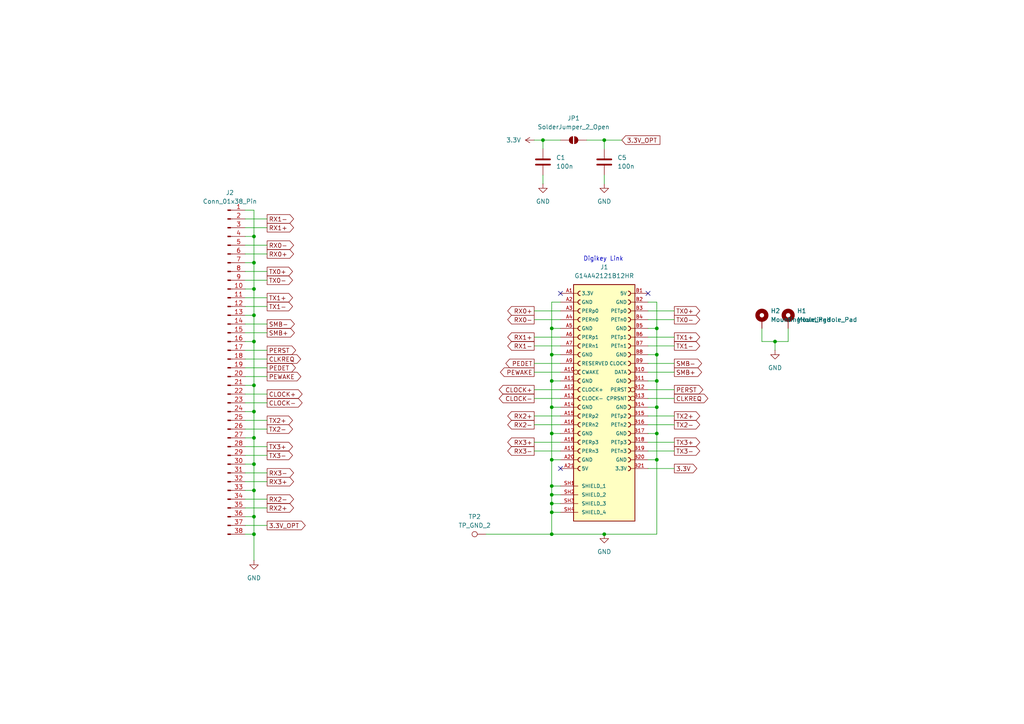
<source format=kicad_sch>
(kicad_sch (version 20231120) (generator "eeschema") (generator_version "8.0")
  (paper "A4")
  (lib_symbols
    (symbol "Connector:Conn_01x38_Pin" (pin_names (offset 1.016) hide)
      (property "Reference" "J" (at 0 48.26 0))
      (property "Value" "Conn_01x38_Pin" (at 0 -50.8 0))
      (symbol "Conn_01x38_Pin_1_1"
        (polyline (pts (xy 1.27 -48.26) (xy 0.8636 -48.26)) (stroke (width 0.1524)))
        (polyline (pts (xy 1.27 -45.72) (xy 0.8636 -45.72)) (stroke (width 0.1524)))
        (polyline (pts (xy 1.27 -43.18) (xy 0.8636 -43.18)) (stroke (width 0.1524)))
        (polyline (pts (xy 1.27 -40.64) (xy 0.8636 -40.64)) (stroke (width 0.1524)))
        (polyline (pts (xy 1.27 -38.1) (xy 0.8636 -38.1)) (stroke (width 0.1524)))
        (polyline (pts (xy 1.27 -35.56) (xy 0.8636 -35.56)) (stroke (width 0.1524)))
        (polyline (pts (xy 1.27 -33.02) (xy 0.8636 -33.02)) (stroke (width 0.1524)))
        (polyline (pts (xy 1.27 -30.48) (xy 0.8636 -30.48)) (stroke (width 0.1524)))
        (polyline (pts (xy 1.27 -27.94) (xy 0.8636 -27.94)) (stroke (width 0.1524)))
        (polyline (pts (xy 1.27 -25.4) (xy 0.8636 -25.4)) (stroke (width 0.1524)))
        (polyline (pts (xy 1.27 -22.86) (xy 0.8636 -22.86)) (stroke (width 0.1524)))
        (polyline (pts (xy 1.27 -20.32) (xy 0.8636 -20.32)) (stroke (width 0.1524)))
        (polyline (pts (xy 1.27 -17.78) (xy 0.8636 -17.78)) (stroke (width 0.1524)))
        (polyline (pts (xy 1.27 -15.24) (xy 0.8636 -15.24)) (stroke (width 0.1524)))
        (polyline (pts (xy 1.27 -12.7) (xy 0.8636 -12.7)) (stroke (width 0.1524)))
        (polyline (pts (xy 1.27 -10.16) (xy 0.8636 -10.16)) (stroke (width 0.1524)))
        (polyline (pts (xy 1.27 -7.62) (xy 0.8636 -7.62)) (stroke (width 0.1524)))
        (polyline (pts (xy 1.27 -5.08) (xy 0.8636 -5.08)) (stroke (width 0.1524)))
        (polyline (pts (xy 1.27 -2.54) (xy 0.8636 -2.54)) (stroke (width 0.1524)))
        (polyline (pts (xy 1.27 0) (xy 0.8636 0)) (stroke (width 0.1524)))
        (polyline (pts (xy 1.27 2.54) (xy 0.8636 2.54)) (stroke (width 0.1524)))
        (polyline (pts (xy 1.27 5.08) (xy 0.8636 5.08)) (stroke (width 0.1524)))
        (polyline (pts (xy 1.27 7.62) (xy 0.8636 7.62)) (stroke (width 0.1524)))
        (polyline (pts (xy 1.27 10.16) (xy 0.8636 10.16)) (stroke (width 0.1524)))
        (polyline (pts (xy 1.27 12.7) (xy 0.8636 12.7)) (stroke (width 0.1524)))
        (polyline (pts (xy 1.27 15.24) (xy 0.8636 15.24)) (stroke (width 0.1524)))
        (polyline (pts (xy 1.27 17.78) (xy 0.8636 17.78)) (stroke (width 0.1524)))
        (polyline (pts (xy 1.27 20.32) (xy 0.8636 20.32)) (stroke (width 0.1524)))
        (polyline (pts (xy 1.27 22.86) (xy 0.8636 22.86)) (stroke (width 0.1524)))
        (polyline (pts (xy 1.27 25.4) (xy 0.8636 25.4)) (stroke (width 0.1524)))
        (polyline (pts (xy 1.27 27.94) (xy 0.8636 27.94)) (stroke (width 0.1524)))
        (polyline (pts (xy 1.27 30.48) (xy 0.8636 30.48)) (stroke (width 0.1524)))
        (polyline (pts (xy 1.27 33.02) (xy 0.8636 33.02)) (stroke (width 0.1524)))
        (polyline (pts (xy 1.27 35.56) (xy 0.8636 35.56)) (stroke (width 0.1524)))
        (polyline (pts (xy 1.27 38.1) (xy 0.8636 38.1)) (stroke (width 0.1524)))
        (polyline (pts (xy 1.27 40.64) (xy 0.8636 40.64)) (stroke (width 0.1524)))
        (polyline (pts (xy 1.27 43.18) (xy 0.8636 43.18)) (stroke (width 0.1524)))
        (polyline (pts (xy 1.27 45.72) (xy 0.8636 45.72)) (stroke (width 0.1524)))
        (rectangle (start 0.8636 -48.133) (end 0 -48.387) (stroke (width 0.1524)) (fill (type outline)))
        (rectangle (start 0.8636 -45.593) (end 0 -45.847) (stroke (width 0.1524)) (fill (type outline)))
        (rectangle (start 0.8636 -43.053) (end 0 -43.307) (stroke (width 0.1524)) (fill (type outline)))
        (rectangle (start 0.8636 -40.513) (end 0 -40.767) (stroke (width 0.1524)) (fill (type outline)))
        (rectangle (start 0.8636 -37.973) (end 0 -38.227) (stroke (width 0.1524)) (fill (type outline)))
        (rectangle (start 0.8636 -35.433) (end 0 -35.687) (stroke (width 0.1524)) (fill (type outline)))
        (rectangle (start 0.8636 -32.893) (end 0 -33.147) (stroke (width 0.1524)) (fill (type outline)))
        (rectangle (start 0.8636 -30.353) (end 0 -30.607) (stroke (width 0.1524)) (fill (type outline)))
        (rectangle (start 0.8636 -27.813) (end 0 -28.067) (stroke (width 0.1524)) (fill (type outline)))
        (rectangle (start 0.8636 -25.273) (end 0 -25.527) (stroke (width 0.1524)) (fill (type outline)))
        (rectangle (start 0.8636 -22.733) (end 0 -22.987) (stroke (width 0.1524)) (fill (type outline)))
        (rectangle (start 0.8636 -20.193) (end 0 -20.447) (stroke (width 0.1524)) (fill (type outline)))
        (rectangle (start 0.8636 -17.653) (end 0 -17.907) (stroke (width 0.1524)) (fill (type outline)))
        (rectangle (start 0.8636 -15.113) (end 0 -15.367) (stroke (width 0.1524)) (fill (type outline)))
        (rectangle (start 0.8636 -12.573) (end 0 -12.827) (stroke (width 0.1524)) (fill (type outline)))
        (rectangle (start 0.8636 -10.033) (end 0 -10.287) (stroke (width 0.1524)) (fill (type outline)))
        (rectangle (start 0.8636 -7.493) (end 0 -7.747) (stroke (width 0.1524)) (fill (type outline)))
        (rectangle (start 0.8636 -4.953) (end 0 -5.207) (stroke (width 0.1524)) (fill (type outline)))
        (rectangle (start 0.8636 -2.413) (end 0 -2.667) (stroke (width 0.1524)) (fill (type outline)))
        (rectangle (start 0.8636 0.127) (end 0 -0.127) (stroke (width 0.1524)) (fill (type outline)))
        (rectangle (start 0.8636 2.667) (end 0 2.413) (stroke (width 0.1524)) (fill (type outline)))
        (rectangle (start 0.8636 5.207) (end 0 4.953) (stroke (width 0.1524)) (fill (type outline)))
        (rectangle (start 0.8636 7.747) (end 0 7.493) (stroke (width 0.1524)) (fill (type outline)))
        (rectangle (start 0.8636 10.287) (end 0 10.033) (stroke (width 0.1524)) (fill (type outline)))
        (rectangle (start 0.8636 12.827) (end 0 12.573) (stroke (width 0.1524)) (fill (type outline)))
        (rectangle (start 0.8636 15.367) (end 0 15.113) (stroke (width 0.1524)) (fill (type outline)))
        (rectangle (start 0.8636 17.907) (end 0 17.653) (stroke (width 0.1524)) (fill (type outline)))
        (rectangle (start 0.8636 20.447) (end 0 20.193) (stroke (width 0.1524)) (fill (type outline)))
        (rectangle (start 0.8636 22.987) (end 0 22.733) (stroke (width 0.1524)) (fill (type outline)))
        (rectangle (start 0.8636 25.527) (end 0 25.273) (stroke (width 0.1524)) (fill (type outline)))
        (rectangle (start 0.8636 28.067) (end 0 27.813) (stroke (width 0.1524)) (fill (type outline)))
        (rectangle (start 0.8636 30.607) (end 0 30.353) (stroke (width 0.1524)) (fill (type outline)))
        (rectangle (start 0.8636 33.147) (end 0 32.893) (stroke (width 0.1524)) (fill (type outline)))
        (rectangle (start 0.8636 35.687) (end 0 35.433) (stroke (width 0.1524)) (fill (type outline)))
        (rectangle (start 0.8636 38.227) (end 0 37.973) (stroke (width 0.1524)) (fill (type outline)))
        (rectangle (start 0.8636 40.767) (end 0 40.513) (stroke (width 0.1524)) (fill (type outline)))
        (rectangle (start 0.8636 43.307) (end 0 43.053) (stroke (width 0.1524)) (fill (type outline)))
        (rectangle (start 0.8636 45.847) (end 0 45.593) (stroke (width 0.1524)) (fill (type outline)))
        (pin passive line (at 5.08 45.72 180) (length 3.81) (name "Pin_1") (number "1"))
        (pin passive line (at 5.08 22.86 180) (length 3.81) (name "Pin_10") (number "10"))
        (pin passive line (at 5.08 20.32 180) (length 3.81) (name "Pin_11") (number "11"))
        (pin passive line (at 5.08 17.78 180) (length 3.81) (name "Pin_12") (number "12"))
        (pin passive line (at 5.08 15.24 180) (length 3.81) (name "Pin_13") (number "13"))
        (pin passive line (at 5.08 12.7 180) (length 3.81) (name "Pin_14") (number "14"))
        (pin passive line (at 5.08 10.16 180) (length 3.81) (name "Pin_15") (number "15"))
        (pin passive line (at 5.08 7.62 180) (length 3.81) (name "Pin_16") (number "16"))
        (pin passive line (at 5.08 5.08 180) (length 3.81) (name "Pin_17") (number "17"))
        (pin passive line (at 5.08 2.54 180) (length 3.81) (name "Pin_18") (number "18"))
        (pin passive line (at 5.08 0 180) (length 3.81) (name "Pin_19") (number "19"))
        (pin passive line (at 5.08 43.18 180) (length 3.81) (name "Pin_2") (number "2"))
        (pin passive line (at 5.08 -2.54 180) (length 3.81) (name "Pin_20") (number "20"))
        (pin passive line (at 5.08 -5.08 180) (length 3.81) (name "Pin_21") (number "21"))
        (pin passive line (at 5.08 -7.62 180) (length 3.81) (name "Pin_22") (number "22"))
        (pin passive line (at 5.08 -10.16 180) (length 3.81) (name "Pin_23") (number "23"))
        (pin passive line (at 5.08 -12.7 180) (length 3.81) (name "Pin_24") (number "24"))
        (pin passive line (at 5.08 -15.24 180) (length 3.81) (name "Pin_25") (number "25"))
        (pin passive line (at 5.08 -17.78 180) (length 3.81) (name "Pin_26") (number "26"))
        (pin passive line (at 5.08 -20.32 180) (length 3.81) (name "Pin_27") (number "27"))
        (pin passive line (at 5.08 -22.86 180) (length 3.81) (name "Pin_28") (number "28"))
        (pin passive line (at 5.08 -25.4 180) (length 3.81) (name "Pin_29") (number "29"))
        (pin passive line (at 5.08 40.64 180) (length 3.81) (name "Pin_3") (number "3"))
        (pin passive line (at 5.08 -27.94 180) (length 3.81) (name "Pin_30") (number "30"))
        (pin passive line (at 5.08 -30.48 180) (length 3.81) (name "Pin_31") (number "31"))
        (pin passive line (at 5.08 -33.02 180) (length 3.81) (name "Pin_32") (number "32"))
        (pin passive line (at 5.08 -35.56 180) (length 3.81) (name "Pin_33") (number "33"))
        (pin passive line (at 5.08 -38.1 180) (length 3.81) (name "Pin_34") (number "34"))
        (pin passive line (at 5.08 -40.64 180) (length 3.81) (name "Pin_35") (number "35"))
        (pin passive line (at 5.08 -43.18 180) (length 3.81) (name "Pin_36") (number "36"))
        (pin passive line (at 5.08 -45.72 180) (length 3.81) (name "Pin_37") (number "37"))
        (pin passive line (at 5.08 -48.26 180) (length 3.81) (name "Pin_38") (number "38"))
        (pin passive line (at 5.08 38.1 180) (length 3.81) (name "Pin_4") (number "4"))
        (pin passive line (at 5.08 35.56 180) (length 3.81) (name "Pin_5") (number "5"))
        (pin passive line (at 5.08 33.02 180) (length 3.81) (name "Pin_6") (number "6"))
        (pin passive line (at 5.08 30.48 180) (length 3.81) (name "Pin_7") (number "7"))
        (pin passive line (at 5.08 27.94 180) (length 3.81) (name "Pin_8") (number "8"))
        (pin passive line (at 5.08 25.4 180) (length 3.81) (name "Pin_9") (number "9"))
      )
    )
    (symbol "Connector:TestPoint" (pin_numbers hide) (pin_names (offset 0.762) hide)
      (property "Reference" "TP" (at 0 6.858 0))
      (property "Value" "TestPoint" (at 0 5.08 0))
      (symbol "TestPoint_0_1"
        (circle (center 0 3.302) (radius 0.762))
      )
      (symbol "TestPoint_1_1"
        (pin passive line (at 0 0 90) (length 2.54) (name "1") (number "1"))
      )
    )
    (symbol "Device:C" (pin_numbers hide) (pin_names (offset 0.254))
      (property "Reference" "C" (at 0.635 2.54 0))
      (property "Value" "C" (at 0.635 -2.54 0))
      (symbol "C_0_1"
        (polyline (pts (xy -2.032 -0.762) (xy 2.032 -0.762)) (stroke (width 0.508)))
        (polyline (pts (xy -2.032 0.762) (xy 2.032 0.762)) (stroke (width 0.508)))
      )
      (symbol "C_1_1"
        (pin passive line (at 0 3.81 270) (length 2.794) (name "~") (number "1"))
        (pin passive line (at 0 -3.81 90) (length 2.794) (name "~") (number "2"))
      )
    )
    (symbol "G14A42121B12HR:G14A42121B12HR" (pin_names (offset 1.016))
      (property "Reference" "J" (at -0.762 32.258 0))
      (property "Value" "G14A42121B12HR" (at -8.89 -40.64 0))
      (symbol "G14A42121B12HR_0_0"
        (rectangle (start -8.89 -36.83) (end 8.89 31.75) (stroke (width 0.254)) (fill (type background)))
        (arc (start -6.985 -20.955) (mid -7.6172 -21.59) (end -6.985 -22.225) (stroke (width 0.254)))
        (arc (start -6.985 -18.415) (mid -7.6172 -19.05) (end -6.985 -19.685) (stroke (width 0.254)))
        (arc (start -6.985 -15.875) (mid -7.6172 -16.51) (end -6.985 -17.145) (stroke (width 0.254)))
        (arc (start -6.985 -13.335) (mid -7.6172 -13.97) (end -6.985 -14.605) (stroke (width 0.254)))
        (arc (start -6.985 -10.795) (mid -7.6172 -11.43) (end -6.985 -12.065) (stroke (width 0.254)))
        (arc (start -6.985 -8.255) (mid -7.6172 -8.89) (end -6.985 -9.525) (stroke (width 0.254)))
        (arc (start -6.985 -5.715) (mid -7.6172 -6.35) (end -6.985 -6.985) (stroke (width 0.254)))
        (arc (start -6.985 -3.175) (mid -7.6172 -3.81) (end -6.985 -4.445) (stroke (width 0.254)))
        (arc (start -6.985 -0.635) (mid -7.6172 -1.27) (end -6.985 -1.905) (stroke (width 0.254)))
        (arc (start -6.985 1.905) (mid -7.6172 1.27) (end -6.985 0.635) (stroke (width 0.254)))
        (arc (start -6.985 4.445) (mid -7.6172 3.81) (end -6.985 3.175) (stroke (width 0.254)))
        (arc (start -6.985 6.985) (mid -7.6172 6.35) (end -6.985 5.715) (stroke (width 0.254)))
        (arc (start -6.985 9.525) (mid -7.6172 8.89) (end -6.985 8.255) (stroke (width 0.254)))
        (arc (start -6.985 12.065) (mid -7.6172 11.43) (end -6.985 10.795) (stroke (width 0.254)))
        (arc (start -6.985 14.605) (mid -7.6172 13.97) (end -6.985 13.335) (stroke (width 0.254)))
        (arc (start -6.985 17.145) (mid -7.6172 16.51) (end -6.985 15.875) (stroke (width 0.254)))
        (arc (start -6.985 19.685) (mid -7.6172 19.05) (end -6.985 18.415) (stroke (width 0.254)))
        (arc (start -6.985 22.225) (mid -7.6172 21.59) (end -6.985 20.955) (stroke (width 0.254)))
        (arc (start -6.985 24.765) (mid -7.6172 24.13) (end -6.985 23.495) (stroke (width 0.254)))
        (arc (start -6.985 27.305) (mid -7.6172 26.67) (end -6.985 26.035) (stroke (width 0.254)))
        (arc (start -6.985 29.845) (mid -7.6172 29.21) (end -6.985 28.575) (stroke (width 0.254)))
        (arc (start 6.985 -22.225) (mid 7.617 -21.59) (end 6.985 -20.955) (stroke (width 0.254)))
        (arc (start 6.985 -19.685) (mid 7.617 -19.05) (end 6.985 -18.415) (stroke (width 0.254)))
        (arc (start 6.985 -17.145) (mid 7.617 -16.51) (end 6.985 -15.875) (stroke (width 0.254)))
        (arc (start 6.985 -14.605) (mid 7.617 -13.97) (end 6.985 -13.335) (stroke (width 0.254)))
        (arc (start 6.985 -12.065) (mid 7.617 -11.43) (end 6.985 -10.795) (stroke (width 0.254)))
        (arc (start 6.985 -9.525) (mid 7.617 -8.89) (end 6.985 -8.255) (stroke (width 0.254)))
        (arc (start 6.985 -6.985) (mid 7.617 -6.35) (end 6.985 -5.715) (stroke (width 0.254)))
        (arc (start 6.985 -4.445) (mid 7.617 -3.81) (end 6.985 -3.175) (stroke (width 0.254)))
        (arc (start 6.985 -1.905) (mid 7.617 -1.27) (end 6.985 -0.635) (stroke (width 0.254)))
        (arc (start 6.985 0.635) (mid 7.617 1.27) (end 6.985 1.905) (stroke (width 0.254)))
        (arc (start 6.985 3.175) (mid 7.617 3.81) (end 6.985 4.445) (stroke (width 0.254)))
        (arc (start 6.985 5.715) (mid 7.617 6.35) (end 6.985 6.985) (stroke (width 0.254)))
        (arc (start 6.985 8.255) (mid 7.617 8.89) (end 6.985 9.525) (stroke (width 0.254)))
        (arc (start 6.985 10.795) (mid 7.617 11.43) (end 6.985 12.065) (stroke (width 0.254)))
        (arc (start 6.985 13.335) (mid 7.617 13.97) (end 6.985 14.605) (stroke (width 0.254)))
        (arc (start 6.985 15.875) (mid 7.617 16.51) (end 6.985 17.145) (stroke (width 0.254)))
        (arc (start 6.985 18.415) (mid 7.617 19.05) (end 6.985 19.685) (stroke (width 0.254)))
        (arc (start 6.985 20.955) (mid 7.617 21.59) (end 6.985 22.225) (stroke (width 0.254)))
        (arc (start 6.985 23.495) (mid 7.617 24.13) (end 6.985 24.765) (stroke (width 0.254)))
        (arc (start 6.985 26.035) (mid 7.617 26.67) (end 6.985 27.305) (stroke (width 0.254)))
        (arc (start 6.985 28.575) (mid 7.617 29.21) (end 6.985 29.845) (stroke (width 0.254)))
      )
      (symbol "G14A42121B12HR_1_0"
        (pin power_in line (at -12.7 29.21 0) (length 5.08) (name "3.3V") (number "A1"))
        (pin passive inverted (at -12.7 6.35 0) (length 5.08) (name "CWAKE") (number "A10"))
        (pin power_in line (at -12.7 3.81 0) (length 5.08) (name "GND") (number "A11"))
        (pin passive line (at -12.7 1.27 0) (length 5.08) (name "CLOCK+") (number "A12"))
        (pin passive line (at -12.7 -1.27 0) (length 5.08) (name "CLOCK-") (number "A13"))
        (pin power_in line (at -12.7 -3.81 0) (length 5.08) (name "GND") (number "A14"))
        (pin passive line (at -12.7 -6.35 0) (length 5.08) (name "PERp2") (number "A15"))
        (pin passive line (at -12.7 -8.89 0) (length 5.08) (name "PERn2") (number "A16"))
        (pin power_in line (at -12.7 -11.43 0) (length 5.08) (name "GND") (number "A17"))
        (pin passive line (at -12.7 -13.97 0) (length 5.08) (name "PERp3") (number "A18"))
        (pin passive line (at -12.7 -16.51 0) (length 5.08) (name "PERn3") (number "A19"))
        (pin power_in line (at -12.7 26.67 0) (length 5.08) (name "GND") (number "A2"))
        (pin power_in line (at -12.7 -19.05 0) (length 5.08) (name "GND") (number "A20"))
        (pin power_in line (at -12.7 -21.59 0) (length 5.08) (name "5V") (number "A21"))
        (pin passive line (at -12.7 24.13 0) (length 5.08) (name "PERp0") (number "A3"))
        (pin passive line (at -12.7 21.59 0) (length 5.08) (name "PERn0") (number "A4"))
        (pin power_in line (at -12.7 19.05 0) (length 5.08) (name "GND") (number "A5"))
        (pin passive line (at -12.7 16.51 0) (length 5.08) (name "PERp1") (number "A6"))
        (pin passive line (at -12.7 13.97 0) (length 5.08) (name "PERn1") (number "A7"))
        (pin power_in line (at -12.7 11.43 0) (length 5.08) (name "GND") (number "A8"))
        (pin passive line (at -12.7 8.89 0) (length 5.08) (name "RESERVED") (number "A9"))
        (pin power_in line (at 12.7 29.21 180) (length 5.08) (name "5V") (number "B1"))
        (pin passive line (at 12.7 6.35 180) (length 5.08) (name "DATA") (number "B10"))
        (pin power_in line (at 12.7 3.81 180) (length 5.08) (name "GND") (number "B11"))
        (pin passive inverted (at 12.7 1.27 180) (length 5.08) (name "PERST") (number "B12"))
        (pin passive inverted (at 12.7 -1.27 180) (length 5.08) (name "CPRSNT") (number "B13"))
        (pin power_in line (at 12.7 -3.81 180) (length 5.08) (name "GND") (number "B14"))
        (pin passive line (at 12.7 -6.35 180) (length 5.08) (name "PETp2") (number "B15"))
        (pin passive line (at 12.7 -8.89 180) (length 5.08) (name "PETn2") (number "B16"))
        (pin power_in line (at 12.7 -11.43 180) (length 5.08) (name "GND") (number "B17"))
        (pin passive line (at 12.7 -13.97 180) (length 5.08) (name "PETp3") (number "B18"))
        (pin passive line (at 12.7 -16.51 180) (length 5.08) (name "PETn3") (number "B19"))
        (pin power_in line (at 12.7 26.67 180) (length 5.08) (name "GND") (number "B2"))
        (pin power_in line (at 12.7 -19.05 180) (length 5.08) (name "GND") (number "B20"))
        (pin power_in line (at 12.7 -21.59 180) (length 5.08) (name "3.3V") (number "B21"))
        (pin passive line (at 12.7 24.13 180) (length 5.08) (name "PETp0") (number "B3"))
        (pin passive line (at 12.7 21.59 180) (length 5.08) (name "PETn0") (number "B4"))
        (pin power_in line (at 12.7 19.05 180) (length 5.08) (name "GND") (number "B5"))
        (pin passive line (at 12.7 16.51 180) (length 5.08) (name "PETp1") (number "B6"))
        (pin passive line (at 12.7 13.97 180) (length 5.08) (name "PETn1") (number "B7"))
        (pin power_in line (at 12.7 11.43 180) (length 5.08) (name "GND") (number "B8"))
        (pin passive line (at 12.7 8.89 180) (length 5.08) (name "CLOCK") (number "B9"))
        (pin passive line (at -12.7 -26.67 0) (length 5.08) (name "SHIELD_1") (number "SH1"))
        (pin passive line (at -12.7 -29.21 0) (length 5.08) (name "SHIELD_2") (number "SH2"))
        (pin passive line (at -12.7 -31.75 0) (length 5.08) (name "SHIELD_3") (number "SH3"))
        (pin passive line (at -12.7 -34.29 0) (length 5.08) (name "SHIELD_4") (number "SH4"))
      )
    )
    (symbol "Jumper:SolderJumper_2_Open" (pin_numbers hide) (pin_names (offset 0) hide) (exclude_from_sim yes) (in_bom no)
      (property "Reference" "JP" (at 0 2.032 0))
      (property "Value" "SolderJumper_2_Open" (at 0 -2.54 0))
      (symbol "SolderJumper_2_Open_0_1"
        (arc (start -0.254 1.016) (mid -1.2656 0) (end -0.254 -1.016))
        (arc (start -0.254 1.016) (mid -1.2656 0) (end -0.254 -1.016) (fill (type outline)))
        (polyline (pts (xy -0.254 1.016) (xy -0.254 -1.016)))
        (polyline (pts (xy 0.254 1.016) (xy 0.254 -1.016)))
        (arc (start 0.254 -1.016) (mid 1.2656 0) (end 0.254 1.016))
        (arc (start 0.254 -1.016) (mid 1.2656 0) (end 0.254 1.016) (fill (type outline)))
      )
      (symbol "SolderJumper_2_Open_1_1"
        (pin passive line (at -3.81 0 0) (length 2.54) (name "A") (number "1"))
        (pin passive line (at 3.81 0 180) (length 2.54) (name "B") (number "2"))
      )
    )
    (symbol "Mechanical:MountingHole_Pad" (pin_numbers hide) (pin_names (offset 1.016) hide) (exclude_from_sim yes) (in_bom no)
      (property "Reference" "H" (at 0 6.35 0))
      (property "Value" "MountingHole_Pad" (at 0 4.445 0))
      (symbol "MountingHole_Pad_0_1"
        (circle (center 0 1.27) (radius 1.27) (stroke (width 1.27)))
      )
      (symbol "MountingHole_Pad_1_1"
        (pin input line (at 0 -2.54 90) (length 2.54) (name "1") (number "1"))
      )
    )
    (symbol "power:+3.3V" (power) (pin_numbers hide) (pin_names (offset 0) hide)
      (property "Value" "+3.3V" (at 0 3.556 0))
      (symbol "+3.3V_0_1"
        (polyline (pts (xy -0.762 1.27) (xy 0 2.54)))
        (polyline (pts (xy 0 0) (xy 0 2.54)))
        (polyline (pts (xy 0 2.54) (xy 0.762 1.27)))
      )
      (symbol "+3.3V_1_1"
        (pin power_in line (at 0 0 90) (length 0) (name "~") (number "1"))
      )
    )
    (symbol "power:GND" (power) (pin_numbers hide) (pin_names (offset 0) hide)
      (property "Value" "GND" (at 0 -3.81 0))
      (symbol "GND_0_1"
        (polyline (pts (xy 0 0) (xy 0 -1.27) (xy 1.27 -1.27) (xy 0 -2.54) (xy -1.27 -1.27) (xy 0 -1.27)))
      )
      (symbol "GND_1_1"
        (pin power_in line (at 0 0 270) (length 0) (name "~") (number "1"))
      )
    )
  )
  (junction (at 224.79 99.06))
  (junction (at 160.02 118.11))
  (junction (at 190.5 125.73))
  (junction (at 73.66 142.24))
  (junction (at 175.26 40.64))
  (junction (at 160.02 110.49))
  (junction (at 73.66 119.38))
  (junction (at 73.66 127))
  (junction (at 73.66 111.76))
  (junction (at 190.5 102.87))
  (junction (at 190.5 95.25))
  (junction (at 160.02 133.35))
  (junction (at 73.66 149.86))
  (junction (at 160.02 154.94))
  (junction (at 73.66 99.06))
  (junction (at 73.66 76.2))
  (junction (at 157.48 40.64))
  (junction (at 73.66 68.58))
  (junction (at 73.66 83.82))
  (junction (at 73.66 154.94))
  (junction (at 73.66 91.44))
  (junction (at 160.02 140.97))
  (junction (at 190.5 133.35))
  (junction (at 190.5 118.11))
  (junction (at 160.02 143.51))
  (junction (at 190.5 110.49))
  (junction (at 160.02 125.73))
  (junction (at 160.02 102.87))
  (junction (at 175.26 154.94))
  (junction (at 160.02 95.25))
  (junction (at 160.02 148.59))
  (junction (at 73.66 134.62))
  (junction (at 160.02 146.05))
  (no_connect (at 162.56 85.09))
  (no_connect (at 162.56 135.89))
  (no_connect (at 187.96 85.09))
  (wire (pts (xy 190.5 133.35) (xy 187.96 133.35)))
  (wire (pts (xy 154.94 40.64) (xy 157.48 40.64)))
  (wire (pts (xy 170.18 40.64) (xy 175.26 40.64)))
  (wire (pts (xy 160.02 102.87) (xy 162.56 102.87)))
  (wire (pts (xy 160.02 143.51) (xy 160.02 146.05)))
  (wire (pts (xy 160.02 102.87) (xy 160.02 110.49)))
  (wire (pts (xy 71.12 152.4) (xy 77.47 152.4)))
  (wire (pts (xy 190.5 102.87) (xy 190.5 110.49)))
  (wire (pts (xy 160.02 146.05) (xy 160.02 148.59)))
  (wire (pts (xy 162.56 113.03) (xy 154.94 113.03)))
  (wire (pts (xy 187.96 87.63) (xy 190.5 87.63)))
  (wire (pts (xy 160.02 87.63) (xy 160.02 95.25)))
  (wire (pts (xy 71.12 81.28) (xy 77.47 81.28)))
  (wire (pts (xy 190.5 125.73) (xy 190.5 133.35)))
  (wire (pts (xy 160.02 110.49) (xy 162.56 110.49)))
  (wire (pts (xy 154.94 100.33) (xy 162.56 100.33)))
  (wire (pts (xy 71.12 127) (xy 73.66 127)))
  (wire (pts (xy 160.02 140.97) (xy 160.02 143.51)))
  (wire (pts (xy 187.96 100.33) (xy 195.58 100.33)))
  (wire (pts (xy 154.94 130.81) (xy 162.56 130.81)))
  (wire (pts (xy 220.98 95.25) (xy 220.98 99.06)))
  (wire (pts (xy 71.12 60.96) (xy 73.66 60.96)))
  (wire (pts (xy 71.12 124.46) (xy 77.47 124.46)))
  (wire (pts (xy 157.48 40.64) (xy 157.48 43.18)))
  (wire (pts (xy 187.96 128.27) (xy 195.58 128.27)))
  (wire (pts (xy 187.96 95.25) (xy 190.5 95.25)))
  (wire (pts (xy 73.66 134.62) (xy 73.66 142.24)))
  (wire (pts (xy 154.94 107.95) (xy 162.56 107.95)))
  (wire (pts (xy 140.97 154.94) (xy 160.02 154.94)))
  (wire (pts (xy 71.12 132.08) (xy 77.47 132.08)))
  (wire (pts (xy 187.96 90.17) (xy 195.58 90.17)))
  (wire (pts (xy 190.5 118.11) (xy 190.5 125.73)))
  (wire (pts (xy 162.56 115.57) (xy 154.94 115.57)))
  (wire (pts (xy 73.66 60.96) (xy 73.66 68.58)))
  (wire (pts (xy 71.12 137.16) (xy 77.47 137.16)))
  (wire (pts (xy 71.12 91.44) (xy 73.66 91.44)))
  (wire (pts (xy 73.66 142.24) (xy 73.66 149.86)))
  (wire (pts (xy 160.02 125.73) (xy 160.02 133.35)))
  (wire (pts (xy 71.12 96.52) (xy 77.47 96.52)))
  (wire (pts (xy 160.02 110.49) (xy 160.02 118.11)))
  (wire (pts (xy 220.98 99.06) (xy 224.79 99.06)))
  (wire (pts (xy 154.94 97.79) (xy 162.56 97.79)))
  (wire (pts (xy 160.02 118.11) (xy 160.02 125.73)))
  (wire (pts (xy 71.12 78.74) (xy 77.47 78.74)))
  (wire (pts (xy 187.96 110.49) (xy 190.5 110.49)))
  (wire (pts (xy 162.56 146.05) (xy 160.02 146.05)))
  (wire (pts (xy 154.94 105.41) (xy 162.56 105.41)))
  (wire (pts (xy 187.96 107.95) (xy 195.58 107.95)))
  (wire (pts (xy 71.12 106.68) (xy 77.47 106.68)))
  (wire (pts (xy 175.26 154.94) (xy 190.5 154.94)))
  (wire (pts (xy 71.12 66.04) (xy 77.47 66.04)))
  (wire (pts (xy 71.12 93.98) (xy 77.47 93.98)))
  (wire (pts (xy 71.12 109.22) (xy 77.47 109.22)))
  (wire (pts (xy 160.02 154.94) (xy 175.26 154.94)))
  (wire (pts (xy 71.12 121.92) (xy 77.47 121.92)))
  (wire (pts (xy 73.66 119.38) (xy 73.66 127)))
  (wire (pts (xy 190.5 95.25) (xy 190.5 102.87)))
  (wire (pts (xy 71.12 114.3) (xy 77.47 114.3)))
  (wire (pts (xy 157.48 53.34) (xy 157.48 50.8)))
  (wire (pts (xy 71.12 63.5) (xy 77.47 63.5)))
  (wire (pts (xy 187.96 118.11) (xy 190.5 118.11)))
  (wire (pts (xy 187.96 125.73) (xy 190.5 125.73)))
  (wire (pts (xy 71.12 111.76) (xy 73.66 111.76)))
  (wire (pts (xy 190.5 154.94) (xy 190.5 133.35)))
  (wire (pts (xy 71.12 116.84) (xy 77.47 116.84)))
  (wire (pts (xy 71.12 142.24) (xy 73.66 142.24)))
  (wire (pts (xy 175.26 40.64) (xy 175.26 43.18)))
  (wire (pts (xy 160.02 118.11) (xy 162.56 118.11)))
  (wire (pts (xy 71.12 149.86) (xy 73.66 149.86)))
  (wire (pts (xy 73.66 91.44) (xy 73.66 99.06)))
  (wire (pts (xy 71.12 119.38) (xy 73.66 119.38)))
  (wire (pts (xy 71.12 76.2) (xy 73.66 76.2)))
  (wire (pts (xy 160.02 95.25) (xy 160.02 102.87)))
  (wire (pts (xy 224.79 101.6) (xy 224.79 99.06)))
  (wire (pts (xy 71.12 86.36) (xy 77.47 86.36)))
  (wire (pts (xy 180.34 40.64) (xy 175.26 40.64)))
  (wire (pts (xy 71.12 104.14) (xy 77.47 104.14)))
  (wire (pts (xy 73.66 127) (xy 73.66 134.62)))
  (wire (pts (xy 160.02 125.73) (xy 162.56 125.73)))
  (wire (pts (xy 160.02 143.51) (xy 162.56 143.51)))
  (wire (pts (xy 187.96 102.87) (xy 190.5 102.87)))
  (wire (pts (xy 160.02 148.59) (xy 160.02 154.94)))
  (wire (pts (xy 73.66 111.76) (xy 73.66 119.38)))
  (wire (pts (xy 187.96 105.41) (xy 195.58 105.41)))
  (wire (pts (xy 175.26 53.34) (xy 175.26 50.8)))
  (wire (pts (xy 187.96 123.19) (xy 195.58 123.19)))
  (wire (pts (xy 71.12 88.9) (xy 77.47 88.9)))
  (wire (pts (xy 160.02 133.35) (xy 160.02 140.97)))
  (wire (pts (xy 187.96 92.71) (xy 195.58 92.71)))
  (wire (pts (xy 73.66 83.82) (xy 73.66 91.44)))
  (wire (pts (xy 71.12 129.54) (xy 77.47 129.54)))
  (wire (pts (xy 71.12 73.66) (xy 77.47 73.66)))
  (wire (pts (xy 154.94 120.65) (xy 162.56 120.65)))
  (wire (pts (xy 71.12 68.58) (xy 73.66 68.58)))
  (wire (pts (xy 190.5 87.63) (xy 190.5 95.25)))
  (wire (pts (xy 162.56 87.63) (xy 160.02 87.63)))
  (wire (pts (xy 187.96 97.79) (xy 195.58 97.79)))
  (wire (pts (xy 154.94 123.19) (xy 162.56 123.19)))
  (wire (pts (xy 71.12 144.78) (xy 77.47 144.78)))
  (wire (pts (xy 73.66 154.94) (xy 73.66 162.56)))
  (wire (pts (xy 162.56 92.71) (xy 154.94 92.71)))
  (wire (pts (xy 228.6 99.06) (xy 228.6 95.25)))
  (wire (pts (xy 71.12 139.7) (xy 77.47 139.7)))
  (wire (pts (xy 71.12 71.12) (xy 77.47 71.12)))
  (wire (pts (xy 160.02 95.25) (xy 162.56 95.25)))
  (wire (pts (xy 71.12 154.94) (xy 73.66 154.94)))
  (wire (pts (xy 160.02 148.59) (xy 162.56 148.59)))
  (wire (pts (xy 224.79 99.06) (xy 228.6 99.06)))
  (wire (pts (xy 190.5 110.49) (xy 190.5 118.11)))
  (wire (pts (xy 187.96 113.03) (xy 195.58 113.03)))
  (wire (pts (xy 73.66 76.2) (xy 73.66 83.82)))
  (wire (pts (xy 71.12 134.62) (xy 73.66 134.62)))
  (wire (pts (xy 187.96 115.57) (xy 195.58 115.57)))
  (wire (pts (xy 187.96 120.65) (xy 195.58 120.65)))
  (wire (pts (xy 71.12 99.06) (xy 73.66 99.06)))
  (wire (pts (xy 187.96 135.89) (xy 195.58 135.89)))
  (wire (pts (xy 71.12 83.82) (xy 73.66 83.82)))
  (wire (pts (xy 160.02 133.35) (xy 162.56 133.35)))
  (wire (pts (xy 73.66 99.06) (xy 73.66 111.76)))
  (wire (pts (xy 157.48 40.64) (xy 162.56 40.64)))
  (wire (pts (xy 154.94 128.27) (xy 162.56 128.27)))
  (wire (pts (xy 71.12 101.6) (xy 77.47 101.6)))
  (wire (pts (xy 73.66 149.86) (xy 73.66 154.94)))
  (wire (pts (xy 162.56 90.17) (xy 154.94 90.17)))
  (wire (pts (xy 73.66 68.58) (xy 73.66 76.2)))
  (wire (pts (xy 187.96 130.81) (xy 195.58 130.81)))
  (wire (pts (xy 71.12 147.32) (xy 77.47 147.32)))
  (wire (pts (xy 162.56 140.97) (xy 160.02 140.97)))
  (text "Digikey Link" (at 175.006 75.184 0) (effects (font (size 1.27 1.27))))
  (global_label "TX2+" (shape output) (at 77.47 121.92 0) (property "Intersheetrefs" "${INTERSHEET_REFS}" (effects (hide yes))))
  (global_label "SMB+" (shape output) (at 195.58 107.95 0) (property "Intersheetrefs" "${INTERSHEET_REFS}" (effects (hide yes))))
  (global_label "3.3V_OPT" (shape output) (at 77.47 152.4 0) (property "Intersheetrefs" "${INTERSHEET_REFS}" (effects (hide yes))))
  (global_label "CLOCK-" (shape output) (at 77.47 116.84 0) (property "Intersheetrefs" "${INTERSHEET_REFS}" (effects (hide yes))))
  (global_label "TX1-" (shape output) (at 195.58 100.33 0) (property "Intersheetrefs" "${INTERSHEET_REFS}" (effects (hide yes))))
  (global_label "TX2-" (shape output) (at 77.47 124.46 0) (property "Intersheetrefs" "${INTERSHEET_REFS}" (effects (hide yes))))
  (global_label "PEWAKE" (shape output) (at 77.47 109.22 0) (property "Intersheetrefs" "${INTERSHEET_REFS}" (effects (hide yes))))
  (global_label "3.3V" (shape output) (at 195.58 135.89 0) (property "Intersheetrefs" "${INTERSHEET_REFS}" (effects (hide yes))))
  (global_label "CLKREQ" (shape output) (at 77.47 104.14 0) (property "Intersheetrefs" "${INTERSHEET_REFS}" (effects (hide yes))))
  (global_label "PEDET" (shape output) (at 154.94 105.41 180) (property "Intersheetrefs" "${INTERSHEET_REFS}" (effects (hide yes))))
  (global_label "RX0-" (shape output) (at 77.47 71.12 0) (property "Intersheetrefs" "${INTERSHEET_REFS}" (effects (hide yes))))
  (global_label "RX1-" (shape output) (at 154.94 100.33 180) (property "Intersheetrefs" "${INTERSHEET_REFS}" (effects (hide yes))))
  (global_label "RX1+" (shape output) (at 77.47 66.04 0) (property "Intersheetrefs" "${INTERSHEET_REFS}" (effects (hide yes))))
  (global_label "TX1+" (shape output) (at 77.47 86.36 0) (property "Intersheetrefs" "${INTERSHEET_REFS}" (effects (hide yes))))
  (global_label "RX2+" (shape output) (at 154.94 120.65 180) (property "Intersheetrefs" "${INTERSHEET_REFS}" (effects (hide yes))))
  (global_label "TX1+" (shape output) (at 195.58 97.79 0) (property "Intersheetrefs" "${INTERSHEET_REFS}" (effects (hide yes))))
  (global_label "PERST" (shape output) (at 195.58 113.03 0) (property "Intersheetrefs" "${INTERSHEET_REFS}" (effects (hide yes))))
  (global_label "RX3+" (shape output) (at 154.94 128.27 180) (property "Intersheetrefs" "${INTERSHEET_REFS}" (effects (hide yes))))
  (global_label "RX3-" (shape output) (at 154.94 130.81 180) (property "Intersheetrefs" "${INTERSHEET_REFS}" (effects (hide yes))))
  (global_label "TX1-" (shape output) (at 77.47 88.9 0) (property "Intersheetrefs" "${INTERSHEET_REFS}" (effects (hide yes))))
  (global_label "CLKREQ" (shape output) (at 195.58 115.57 0) (property "Intersheetrefs" "${INTERSHEET_REFS}" (effects (hide yes))))
  (global_label "CLOCK+" (shape output) (at 77.47 114.3 0) (property "Intersheetrefs" "${INTERSHEET_REFS}" (effects (hide yes))))
  (global_label "TX3+" (shape output) (at 195.58 128.27 0) (property "Intersheetrefs" "${INTERSHEET_REFS}" (effects (hide yes))))
  (global_label "TX3-" (shape output) (at 77.47 132.08 0) (property "Intersheetrefs" "${INTERSHEET_REFS}" (effects (hide yes))))
  (global_label "TX2-" (shape output) (at 195.58 123.19 0) (property "Intersheetrefs" "${INTERSHEET_REFS}" (effects (hide yes))))
  (global_label "RX3+" (shape output) (at 77.47 139.7 0) (property "Intersheetrefs" "${INTERSHEET_REFS}" (effects (hide yes))))
  (global_label "TX0-" (shape output) (at 195.58 92.71 0) (property "Intersheetrefs" "${INTERSHEET_REFS}" (effects (hide yes))))
  (global_label "RX2-" (shape output) (at 77.47 144.78 0) (property "Intersheetrefs" "${INTERSHEET_REFS}" (effects (hide yes))))
  (global_label "TX2+" (shape output) (at 195.58 120.65 0) (property "Intersheetrefs" "${INTERSHEET_REFS}" (effects (hide yes))))
  (global_label "CLOCK-" (shape output) (at 154.94 115.57 180) (property "Intersheetrefs" "${INTERSHEET_REFS}" (effects (hide yes))))
  (global_label "SMB-" (shape output) (at 195.58 105.41 0) (property "Intersheetrefs" "${INTERSHEET_REFS}" (effects (hide yes))))
  (global_label "RX1+" (shape output) (at 154.94 97.79 180) (property "Intersheetrefs" "${INTERSHEET_REFS}" (effects (hide yes))))
  (global_label "TX0-" (shape output) (at 77.47 81.28 0) (property "Intersheetrefs" "${INTERSHEET_REFS}" (effects (hide yes))))
  (global_label "CLOCK+" (shape output) (at 154.94 113.03 180) (property "Intersheetrefs" "${INTERSHEET_REFS}" (effects (hide yes))))
  (global_label "TX3+" (shape output) (at 77.47 129.54 0) (property "Intersheetrefs" "${INTERSHEET_REFS}" (effects (hide yes))))
  (global_label "SMB-" (shape output) (at 77.47 93.98 0) (property "Intersheetrefs" "${INTERSHEET_REFS}" (effects (hide yes))))
  (global_label "TX0+" (shape output) (at 77.47 78.74 0) (property "Intersheetrefs" "${INTERSHEET_REFS}" (effects (hide yes))))
  (global_label "RX3-" (shape output) (at 77.47 137.16 0) (property "Intersheetrefs" "${INTERSHEET_REFS}" (effects (hide yes))))
  (global_label "PEWAKE" (shape output) (at 154.94 107.95 180) (property "Intersheetrefs" "${INTERSHEET_REFS}" (effects (hide yes))))
  (global_label "TX3-" (shape output) (at 195.58 130.81 0) (property "Intersheetrefs" "${INTERSHEET_REFS}" (effects (hide yes))))
  (global_label "RX2+" (shape output) (at 77.47 147.32 0) (property "Intersheetrefs" "${INTERSHEET_REFS}" (effects (hide yes))))
  (global_label "RX0-" (shape output) (at 154.94 92.71 180) (property "Intersheetrefs" "${INTERSHEET_REFS}" (effects (hide yes))))
  (global_label "RX0+" (shape output) (at 77.47 73.66 0) (property "Intersheetrefs" "${INTERSHEET_REFS}" (effects (hide yes))))
  (global_label "RX0+" (shape output) (at 154.94 90.17 180) (property "Intersheetrefs" "${INTERSHEET_REFS}" (effects (hide yes))))
  (global_label "PERST" (shape output) (at 77.47 101.6 0) (property "Intersheetrefs" "${INTERSHEET_REFS}" (effects (hide yes))))
  (global_label "RX1-" (shape output) (at 77.47 63.5 0) (property "Intersheetrefs" "${INTERSHEET_REFS}" (effects (hide yes))))
  (global_label "PEDET" (shape output) (at 77.47 106.68 0) (property "Intersheetrefs" "${INTERSHEET_REFS}" (effects (hide yes))))
  (global_label "3.3V_OPT" (shape input) (at 180.34 40.64 0) (property "Intersheetrefs" "${INTERSHEET_REFS}" (effects (hide yes))))
  (global_label "TX0+" (shape output) (at 195.58 90.17 0) (property "Intersheetrefs" "${INTERSHEET_REFS}" (effects (hide yes))))
  (global_label "RX2-" (shape output) (at 154.94 123.19 180) (property "Intersheetrefs" "${INTERSHEET_REFS}" (effects (hide yes))))
  (global_label "SMB+" (shape output) (at 77.47 96.52 0) (property "Intersheetrefs" "${INTERSHEET_REFS}" (effects (hide yes))))
  (symbol (lib_id "power:GND") (at 157.48 53.34 0) (unit 1)
    (property "Reference" "#PWR04" (effects (hide yes)))
    (property "Value" "GND" (at 157.48 58.42 0))
    (property "Description" "Power symbol creates a global label with name \"GND\" , ground" (effects (hide yes)))
  )
  (symbol (lib_id "power:GND") (at 224.79 101.6 0) (unit 1)
    (property "Reference" "#PWR05" (effects (hide yes)))
    (property "Value" "GND" (at 224.79 106.68 0))
    (property "Description" "Power symbol creates a global label with name \"GND\" , ground" (effects (hide yes)))
  )
  (symbol (lib_id "power:GND") (at 175.26 53.34 0) (unit 1)
    (property "Reference" "#PWR02" (effects (hide yes)))
    (property "Value" "GND" (at 175.26 58.42 0))
    (property "Description" "Power symbol creates a global label with name \"GND\" , ground" (effects (hide yes)))
  )
  (symbol (lib_id "Jumper:SolderJumper_2_Open") (at 166.37 40.64 0) (unit 1) (exclude_from_sim yes) (in_bom no)
    (property "Reference" "JP1" (at 166.37 34.29 0))
    (property "Value" "SolderJumper_2_Open" (at 166.37 36.83 0))
    (property "Footprint" "Jumper:SolderJumper-2_P1.3mm_Open_RoundedPad1.0x1.5mm" (effects (hide yes)))
    (property "Description" "Solder Jumper, 2-pole, open" (effects (hide yes)))
  )
  (symbol (lib_id "Device:C") (at 175.26 46.99 0) (unit 1)
    (property "Reference" "C5" (at 179.07 45.7199 0) (effects (justify left)))
    (property "Value" "100n" (at 179.07 48.2599 0) (effects (justify left)))
    (property "Footprint" "Capacitor_SMD:C_0402_1005Metric" (effects (hide yes)))
    (property "Description" "Unpolarized capacitor" (effects (hide yes)))
    (property "LCSC Part" "C513772" (effects (hide yes)))
  )
  (symbol (lib_id "power:+3.3V") (at 154.94 40.64 90) (unit 1)
    (property "Reference" "#PWR01" (effects (hide yes)))
    (property "Value" "3.3V" (at 151.13 40.6399 90) (effects (justify left)))
    (property "Description" "Power symbol creates a global label with name \"+3.3V\"" (effects (hide yes)))
  )
  (symbol (lib_id "power:GND") (at 175.26 154.94 0) (unit 1)
    (property "Reference" "#PWR06" (effects (hide yes)))
    (property "Value" "GND" (at 175.26 160.02 0))
    (property "Description" "Power symbol creates a global label with name \"GND\" , ground" (effects (hide yes)))
  )
  (symbol (lib_id "Connector:TestPoint") (at 140.97 154.94 90) (unit 1) (in_bom no)
    (property "Reference" "TP2" (at 137.668 149.86 90))
    (property "Value" "TP_GND_2" (at 137.668 152.4 90))
    (property "Footprint" "TestPoint:TestPoint_Pad_D1.0mm" (effects (hide yes)))
    (property "Description" "test point" (effects (hide yes)))
  )
  (symbol (lib_id "power:GND") (at 73.66 162.56 0) (unit 1)
    (property "Reference" "#PWR03" (effects (hide yes)))
    (property "Value" "GND" (at 73.66 167.64 0))
    (property "Description" "Power symbol creates a global label with name \"GND\" , ground" (effects (hide yes)))
  )
  (symbol (lib_id "Connector:Conn_01x38_Pin") (at 66.04 106.68 0) (unit 1)
    (property "Reference" "J2" (at 66.675 55.88 0))
    (property "Value" "Conn_01x38_Pin" (at 66.675 58.42 0))
    (property "Footprint" "flex_connector:port_pcb" (effects (hide yes)))
    (property "Description" "Generic connector, single row, 01x38, script generated" (effects (hide yes)))
  )
  (symbol (lib_id "Device:C") (at 157.48 46.99 0) (unit 1)
    (property "Reference" "C1" (at 161.29 45.7199 0) (effects (justify left)))
    (property "Value" "100n" (at 161.29 48.2599 0) (effects (justify left)))
    (property "Footprint" "Capacitor_SMD:C_0402_1005Metric" (effects (hide yes)))
    (property "Description" "Unpolarized capacitor" (effects (hide yes)))
    (property "LCSC Part" "C513772" (effects (hide yes)))
  )
  (symbol (lib_id "Mechanical:MountingHole_Pad") (at 228.6 92.71 0) (unit 1) (exclude_from_sim yes) (in_bom no)
    (property "Reference" "H1" (at 231.14 90.1699 0) (effects (justify left)))
    (property "Value" "MountingHole_Pad" (at 231.14 92.7099 0) (effects (justify left)))
    (property "Footprint" "custom:mounting_pad_1mm" (effects (hide yes)))
    (property "Description" "Mounting Hole with connection" (effects (hide yes)))
  )
  (symbol (lib_id "G14A42121B12HR:G14A42121B12HR") (at 175.26 114.3 0) (unit 1)
    (property "Reference" "J1" (at 175.26 77.47 0))
    (property "Value" "G14A42121B12HR" (at 175.26 80.01 0))
    (property "Footprint" "amphenol_oculink:AMPHENOL_G14A42121B12HR" (effects (hide yes)))
    (property "PARTREV" "D" (effects (hide yes)))
    (property "STANDARD" "Manufacturer Recommendations" (effects (hide yes)))
    (property "MAXIMUM_PACKAGE_HEIGHT" "3.9mm" (effects (hide yes)))
    (property "MANUFACTURER" "Amphenol" (effects (hide yes)))
    (property "LCSC Part" "C5156927" (effects (hide yes)))
  )
  (symbol (lib_id "Mechanical:MountingHole_Pad") (at 220.98 92.71 0) (unit 1) (exclude_from_sim yes) (in_bom no)
    (property "Reference" "H2" (at 223.52 90.1699 0) (effects (justify left)))
    (property "Value" "MountingHole_Pad" (at 223.52 92.7099 0) (effects (justify left)))
    (property "Footprint" "custom:mounting_pad_1mm" (effects (hide yes)))
    (property "Description" "Mounting Hole with connection" (effects (hide yes)))
  )
)
</source>
